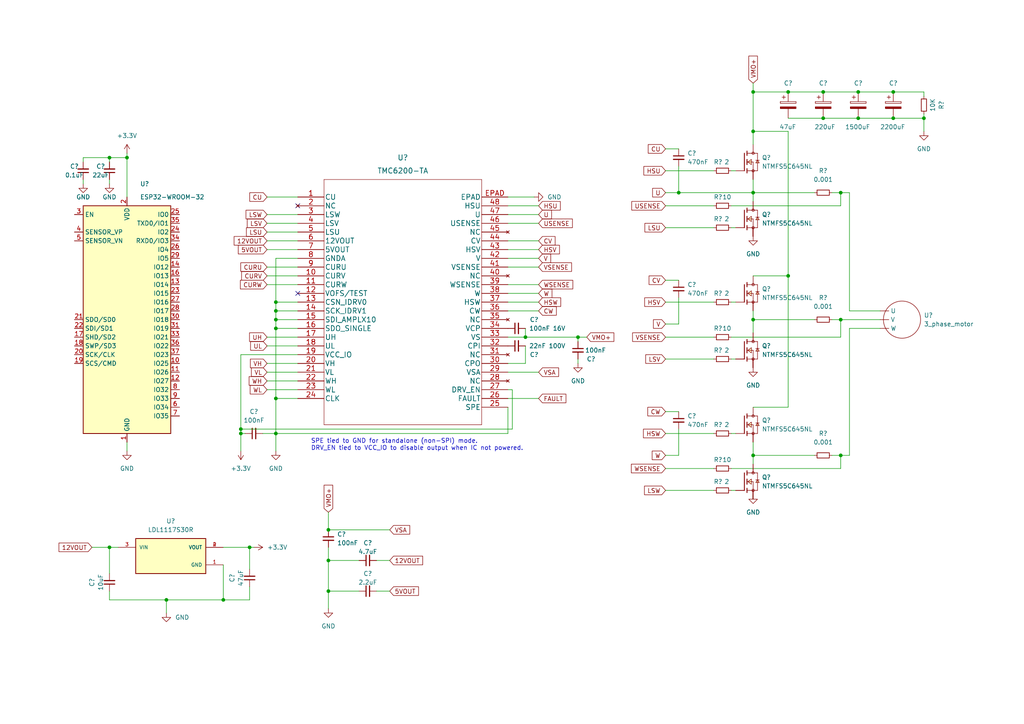
<source format=kicad_sch>
(kicad_sch (version 20211123) (generator eeschema)
  (paper "A4")
  (lib_symbols
    (symbol "Device:C_Polarized" (pin_numbers hide) (pin_names (offset 0.254))
      (property "Reference" "C" (at 0.635 2.54 0))
      (property "Value" "C_Polarized" (at 0.635 -2.54 0))
      (symbol "C_Polarized_0_1"
        (rectangle (start -2.286 0.508) (end 2.286 1.016))
        (polyline (pts (xy -1.778 2.286) (xy -0.762 2.286)))
        (polyline (pts (xy -1.27 2.794) (xy -1.27 1.778)))
        (rectangle (start 2.286 -0.508) (end -2.286 -1.016) (fill (type outline)))
      )
      (symbol "C_Polarized_1_1"
        (pin passive line (at 0 3.81 270) (length 2.794) (name "~") (number "1"))
        (pin passive line (at 0 -3.81 90) (length 2.794) (name "~") (number "2"))
      )
    )
    (symbol "Device:C_Small" (pin_numbers hide) (pin_names (offset 0.254) hide)
      (property "Reference" "C" (at 0.254 1.778 0))
      (property "Value" "C_Small" (at 0.254 -2.032 0))
      (symbol "C_Small_0_1"
        (polyline (pts (xy -1.524 -0.508) (xy 1.524 -0.508)) (stroke (width 0.3302)))
        (polyline (pts (xy -1.524 0.508) (xy 1.524 0.508)) (stroke (width 0.3048)))
      )
      (symbol "C_Small_1_1"
        (pin passive line (at 0 2.54 270) (length 2.032) (name "~") (number "1"))
        (pin passive line (at 0 -2.54 90) (length 2.032) (name "~") (number "2"))
      )
    )
    (symbol "Device:R_Small" (pin_numbers hide) (pin_names (offset 0.254) hide)
      (property "Reference" "R" (at 0.762 0.508 0))
      (property "Value" "R_Small" (at 0.762 -1.016 0))
      (symbol "R_Small_0_1"
        (rectangle (start -0.762 1.778) (end 0.762 -1.778) (stroke (width 0.2032)))
      )
      (symbol "R_Small_1_1"
        (pin passive line (at 0 2.54 270) (length 0.762) (name "~") (number "1"))
        (pin passive line (at 0 -2.54 90) (length 0.762) (name "~") (number "2"))
      )
    )
    (symbol "LDL1117S30R:LDL1117S30R" (pin_names (offset 1.016))
      (property "Reference" "U" (at -10.16 7.62 0))
      (property "Value" "LDL1117S30R" (at -10.16 -10.16 0))
      (symbol "LDL1117S30R_0_0"
        (rectangle (start -10.16 -5.08) (end 10.16 5.08) (stroke (width 0.254)) (fill (type background)))
        (pin power_in line (at 15.24 -2.54 180) (length 5.08) (name "GND") (number "1"))
        (pin output line (at 15.24 2.54 180) (length 5.08) (name "VOUT") (number "2"))
        (pin input line (at -15.24 2.54 0) (length 5.08) (name "VIN") (number "3"))
        (pin output line (at 15.24 2.54 180) (length 5.08) (name "VOUT") (number "4"))
      )
    )
    (symbol "Motor_custom:3_phase_motor"
      (property "Reference" "U" (at 0 7.62 0))
      (property "Value" "3_phase_motor" (at 0 -7.62 0))
      (symbol "3_phase_motor_0_1"
        (circle (center 0 0) (radius 5.3882))
      )
      (symbol "3_phase_motor_1_1"
        (pin input line (at -6.35 2.54 0) (length 2.54) (name "U") (number ""))
        (pin input line (at -6.35 0 0) (length 2.54) (name "V") (number ""))
        (pin input line (at -6.35 -2.54 0) (length 2.54) (name "W") (number ""))
      )
    )
    (symbol "NTMFS5C628NLT1G:NTMFS5C628NLT1G" (pin_numbers hide) (pin_names (offset 1.016) hide)
      (property "Reference" "Q" (at -11.43 2.54 0))
      (property "Value" "NTMFS5C628NLT1G" (at -11.43 -7.62 0))
      (symbol "NTMFS5C628NLT1G_0_0"
        (circle (center 0 -2.54) (radius 0.3556))
        (polyline (pts (xy -2.54 2.54) (xy -2.54 -2.54)) (stroke (width 0.254)))
        (polyline (pts (xy -1.778 -2.54) (xy -1.778 -3.175)) (stroke (width 0.254)))
        (polyline (pts (xy -1.778 -1.905) (xy -1.778 -2.54)) (stroke (width 0.254)))
        (polyline (pts (xy -1.778 0) (xy -1.778 -0.762)) (stroke (width 0.254)))
        (polyline (pts (xy -1.778 0) (xy 0 0)) (stroke (width 0.1524)))
        (polyline (pts (xy -1.778 0.762) (xy -1.778 0)) (stroke (width 0.254)))
        (polyline (pts (xy -1.778 2.54) (xy -1.778 1.905)) (stroke (width 0.254)))
        (polyline (pts (xy -1.778 2.54) (xy 1.27 2.54)) (stroke (width 0.1524)))
        (polyline (pts (xy -1.778 3.175) (xy -1.778 2.54)) (stroke (width 0.254)))
        (polyline (pts (xy 0 -2.54) (xy -1.778 -2.54)) (stroke (width 0.1524)))
        (polyline (pts (xy 0 -2.54) (xy 1.27 -2.54)) (stroke (width 0.1524)))
        (polyline (pts (xy 0 0) (xy 0 -2.54)) (stroke (width 0.1524)))
        (polyline (pts (xy 1.27 0.508) (xy 0.762 0.508)) (stroke (width 0.1524)))
        (polyline (pts (xy 1.27 0.508) (xy 1.27 -2.54)) (stroke (width 0.1524)))
        (polyline (pts (xy 1.27 2.54) (xy 1.27 0.508)) (stroke (width 0.1524)))
        (polyline (pts (xy 1.778 0.508) (xy 1.27 0.508)) (stroke (width 0.1524)))
        (polyline (pts (xy -1.524 0) (xy -0.508 0.762) (xy -0.508 -0.762) (xy -1.524 0)) (stroke (width 0.1524)) (fill (type background)))
        (polyline (pts (xy 1.27 0.508) (xy 0.762 -0.254) (xy 1.778 -0.254) (xy 1.27 0.508)) (stroke (width 0.1524)) (fill (type background)))
        (circle (center 0 2.54) (radius 0.3556))
        (pin passive line (at 0 -5.08 90) (length 2.54) (name "~") (number "1"))
        (pin passive line (at 0 -5.08 90) (length 2.54) (name "~") (number "2"))
        (pin passive line (at 0 -5.08 90) (length 2.54) (name "~") (number "3"))
        (pin passive line (at -5.08 -2.54 0) (length 2.54) (name "~") (number "4"))
        (pin passive line (at 0 5.08 270) (length 2.54) (name "~") (number "5"))
      )
    )
    (symbol "RF_Module:ESP32-WROOM-32"
      (property "Reference" "U" (at -12.7 34.29 0))
      (property "Value" "ESP32-WROOM-32" (at 1.27 34.29 0))
      (symbol "ESP32-WROOM-32_0_1"
        (rectangle (start -12.7 33.02) (end 12.7 -33.02) (stroke (width 0.254)) (fill (type background)))
      )
      (symbol "ESP32-WROOM-32_1_1"
        (pin power_in line (at 0 -35.56 90) (length 2.54) (name "GND") (number "1"))
        (pin bidirectional line (at 15.24 -12.7 180) (length 2.54) (name "IO25") (number "10"))
        (pin bidirectional line (at 15.24 -15.24 180) (length 2.54) (name "IO26") (number "11"))
        (pin bidirectional line (at 15.24 -17.78 180) (length 2.54) (name "IO27") (number "12"))
        (pin bidirectional line (at 15.24 10.16 180) (length 2.54) (name "IO14") (number "13"))
        (pin bidirectional line (at 15.24 15.24 180) (length 2.54) (name "IO12") (number "14"))
        (pin passive line (at 0 -35.56 90) (length 2.54) hide (name "GND") (number "15"))
        (pin bidirectional line (at 15.24 12.7 180) (length 2.54) (name "IO13") (number "16"))
        (pin bidirectional line (at -15.24 -5.08 0) (length 2.54) (name "SHD/SD2") (number "17"))
        (pin bidirectional line (at -15.24 -7.62 0) (length 2.54) (name "SWP/SD3") (number "18"))
        (pin bidirectional line (at -15.24 -12.7 0) (length 2.54) (name "SCS/CMD") (number "19"))
        (pin power_in line (at 0 35.56 270) (length 2.54) (name "VDD") (number "2"))
        (pin bidirectional line (at -15.24 -10.16 0) (length 2.54) (name "SCK/CLK") (number "20"))
        (pin bidirectional line (at -15.24 0 0) (length 2.54) (name "SDO/SD0") (number "21"))
        (pin bidirectional line (at -15.24 -2.54 0) (length 2.54) (name "SDI/SD1") (number "22"))
        (pin bidirectional line (at 15.24 7.62 180) (length 2.54) (name "IO15") (number "23"))
        (pin bidirectional line (at 15.24 25.4 180) (length 2.54) (name "IO2") (number "24"))
        (pin bidirectional line (at 15.24 30.48 180) (length 2.54) (name "IO0") (number "25"))
        (pin bidirectional line (at 15.24 20.32 180) (length 2.54) (name "IO4") (number "26"))
        (pin bidirectional line (at 15.24 5.08 180) (length 2.54) (name "IO16") (number "27"))
        (pin bidirectional line (at 15.24 2.54 180) (length 2.54) (name "IO17") (number "28"))
        (pin bidirectional line (at 15.24 17.78 180) (length 2.54) (name "IO5") (number "29"))
        (pin input line (at -15.24 30.48 0) (length 2.54) (name "EN") (number "3"))
        (pin bidirectional line (at 15.24 0 180) (length 2.54) (name "IO18") (number "30"))
        (pin bidirectional line (at 15.24 -2.54 180) (length 2.54) (name "IO19") (number "31"))
        (pin no_connect line (at -12.7 -27.94 0) (length 2.54) hide (name "NC") (number "32"))
        (pin bidirectional line (at 15.24 -5.08 180) (length 2.54) (name "IO21") (number "33"))
        (pin bidirectional line (at 15.24 22.86 180) (length 2.54) (name "RXD0/IO3") (number "34"))
        (pin bidirectional line (at 15.24 27.94 180) (length 2.54) (name "TXD0/IO1") (number "35"))
        (pin bidirectional line (at 15.24 -7.62 180) (length 2.54) (name "IO22") (number "36"))
        (pin bidirectional line (at 15.24 -10.16 180) (length 2.54) (name "IO23") (number "37"))
        (pin passive line (at 0 -35.56 90) (length 2.54) hide (name "GND") (number "38"))
        (pin passive line (at 0 -35.56 90) (length 2.54) hide (name "GND") (number "39"))
        (pin input line (at -15.24 25.4 0) (length 2.54) (name "SENSOR_VP") (number "4"))
        (pin input line (at -15.24 22.86 0) (length 2.54) (name "SENSOR_VN") (number "5"))
        (pin input line (at 15.24 -25.4 180) (length 2.54) (name "IO34") (number "6"))
        (pin input line (at 15.24 -27.94 180) (length 2.54) (name "IO35") (number "7"))
        (pin bidirectional line (at 15.24 -20.32 180) (length 2.54) (name "IO32") (number "8"))
        (pin bidirectional line (at 15.24 -22.86 180) (length 2.54) (name "IO33") (number "9"))
      )
    )
    (symbol "TMC6200-TA:TMC6200-TA" (pin_names (offset 0.254))
      (property "Reference" "U" (at 30.48 10.16 0))
      (property "Value" "TMC6200-TA" (at 30.48 7.62 0))
      (symbol "TMC6200-TA_1_1"
        (polyline (pts (xy 7.62 -66.04) (xy 53.34 -66.04)) (stroke (width 0.127)))
        (polyline (pts (xy 7.62 5.08) (xy 7.62 -66.04)) (stroke (width 0.127)))
        (polyline (pts (xy 53.34 -66.04) (xy 53.34 5.08)) (stroke (width 0.127)))
        (polyline (pts (xy 53.34 5.08) (xy 7.62 5.08)) (stroke (width 0.127)))
        (pin unspecified line (at 0 0 0) (length 7.62) (name "CU") (number "1"))
        (pin output line (at 0 -22.86 0) (length 7.62) (name "CURV") (number "10"))
        (pin output line (at 0 -25.4 0) (length 7.62) (name "CURW") (number "11"))
        (pin input line (at 0 -27.94 0) (length 7.62) (name "VOFS/TEST") (number "12"))
        (pin input line (at 0 -30.48 0) (length 7.62) (name "CSN_IDRV0") (number "13"))
        (pin input line (at 0 -33.02 0) (length 7.62) (name "SCK_IDRV1") (number "14"))
        (pin input line (at 0 -35.56 0) (length 7.62) (name "SDI_AMPLX10") (number "15"))
        (pin bidirectional line (at 0 -38.1 0) (length 7.62) (name "SDO_SINGLE") (number "16"))
        (pin input line (at 0 -40.64 0) (length 7.62) (name "UH") (number "17"))
        (pin input line (at 0 -43.18 0) (length 7.62) (name "UL") (number "18"))
        (pin power_in line (at 0 -45.72 0) (length 7.62) (name "VCC_IO") (number "19"))
        (pin no_connect line (at 0 -2.54 0) (length 7.62) (name "NC") (number "2"))
        (pin input line (at 0 -48.26 0) (length 7.62) (name "VH") (number "20"))
        (pin input line (at 0 -50.8 0) (length 7.62) (name "VL") (number "21"))
        (pin input line (at 0 -53.34 0) (length 7.62) (name "WH") (number "22"))
        (pin input line (at 0 -55.88 0) (length 7.62) (name "WL") (number "23"))
        (pin input line (at 0 -58.42 0) (length 7.62) (name "CLK") (number "24"))
        (pin input line (at 60.96 -60.96 180) (length 7.62) (name "SPE") (number "25"))
        (pin output line (at 60.96 -58.42 180) (length 7.62) (name "FAULT") (number "26"))
        (pin input line (at 60.96 -55.88 180) (length 7.62) (name "DRV_EN") (number "27"))
        (pin no_connect line (at 60.96 -53.34 180) (length 7.62) (name "NC") (number "28"))
        (pin power_in line (at 60.96 -50.8 180) (length 7.62) (name "VSA") (number "29"))
        (pin output line (at 0 -5.08 0) (length 7.62) (name "LSW") (number "3"))
        (pin output line (at 60.96 -48.26 180) (length 7.62) (name "CPO") (number "30"))
        (pin no_connect line (at 60.96 -45.72 180) (length 7.62) (name "NC") (number "31"))
        (pin input line (at 60.96 -43.18 180) (length 7.62) (name "CPI") (number "32"))
        (pin power_in line (at 60.96 -40.64 180) (length 7.62) (name "VS") (number "33"))
        (pin unspecified line (at 60.96 -38.1 180) (length 7.62) (name "VCP") (number "34"))
        (pin no_connect line (at 60.96 -35.56 180) (length 7.62) (name "NC") (number "35"))
        (pin unspecified line (at 60.96 -33.02 180) (length 7.62) (name "CW") (number "36"))
        (pin output line (at 60.96 -30.48 180) (length 7.62) (name "HSW") (number "37"))
        (pin unspecified line (at 60.96 -27.94 180) (length 7.62) (name "W") (number "38"))
        (pin unspecified line (at 60.96 -25.4 180) (length 7.62) (name "WSENSE") (number "39"))
        (pin output line (at 0 -7.62 0) (length 7.62) (name "LSV") (number "4"))
        (pin no_connect line (at 60.96 -22.86 180) (length 7.62) (name "NC") (number "40"))
        (pin unspecified line (at 60.96 -20.32 180) (length 7.62) (name "VSENSE") (number "41"))
        (pin unspecified line (at 60.96 -17.78 180) (length 7.62) (name "V") (number "42"))
        (pin output line (at 60.96 -15.24 180) (length 7.62) (name "HSV") (number "43"))
        (pin unspecified line (at 60.96 -12.7 180) (length 7.62) (name "CV") (number "44"))
        (pin no_connect line (at 60.96 -10.16 180) (length 7.62) (name "NC") (number "45"))
        (pin unspecified line (at 60.96 -7.62 180) (length 7.62) (name "USENSE") (number "46"))
        (pin unspecified line (at 60.96 -5.08 180) (length 7.62) (name "U") (number "47"))
        (pin output line (at 60.96 -2.54 180) (length 7.62) (name "HSU") (number "48"))
        (pin output line (at 0 -10.16 0) (length 7.62) (name "LSU") (number "5"))
        (pin output line (at 0 -12.7 0) (length 7.62) (name "12VOUT") (number "6"))
        (pin output line (at 0 -15.24 0) (length 7.62) (name "5VOUT") (number "7"))
        (pin power_in line (at 0 -17.78 0) (length 7.62) (name "GNDA") (number "8"))
        (pin output line (at 0 -20.32 0) (length 7.62) (name "CURU") (number "9"))
        (pin unspecified line (at 60.96 0 180) (length 7.62) (name "EPAD") (number "EPAD"))
      )
    )
    (symbol "power:+3.3V" (power) (pin_names (offset 0))
      (property "Value" "+3.3V" (at 0 3.556 0))
      (symbol "+3.3V_0_1"
        (polyline (pts (xy -0.762 1.27) (xy 0 2.54)))
        (polyline (pts (xy 0 0) (xy 0 2.54)))
        (polyline (pts (xy 0 2.54) (xy 0.762 1.27)))
      )
      (symbol "+3.3V_1_1"
        (pin power_in line (at 0 0 90) (length 0) hide (name "+3.3V") (number "1"))
      )
    )
    (symbol "power:GND" (power) (pin_names (offset 0))
      (property "Value" "GND" (at 0 -3.81 0))
      (symbol "GND_0_1"
        (polyline (pts (xy 0 0) (xy 0 -1.27) (xy 1.27 -1.27) (xy 0 -2.54) (xy -1.27 -1.27) (xy 0 -1.27)))
      )
      (symbol "GND_1_1"
        (pin power_in line (at 0 0 270) (length 0) hide (name "GND") (number "1"))
      )
    )
  )
  (junction (at 95.25 162.56))
  (junction (at 248.92 34.29))
  (junction (at 267.97 34.29))
  (junction (at 228.6 26.67))
  (junction (at 80.01 115.57))
  (junction (at 80.01 125.73))
  (junction (at 243.84 132.08))
  (junction (at 80.01 90.17))
  (junction (at 248.92 26.67))
  (junction (at 259.08 34.29))
  (junction (at 218.44 132.08))
  (junction (at 69.85 124.46))
  (junction (at 69.85 125.73))
  (junction (at 95.25 171.45))
  (junction (at 196.85 55.88))
  (junction (at 218.44 38.1))
  (junction (at 80.01 92.71))
  (junction (at 228.6 80.01))
  (junction (at 259.08 26.67))
  (junction (at 218.44 26.67))
  (junction (at 64.77 173.99))
  (junction (at 36.83 45.72))
  (junction (at 95.25 153.67))
  (junction (at 238.76 34.29))
  (junction (at 80.01 87.63))
  (junction (at 243.84 55.88))
  (junction (at 218.44 92.71))
  (junction (at 243.84 92.71))
  (junction (at 152.4 97.79))
  (junction (at 167.64 97.79))
  (junction (at 80.01 95.25))
  (junction (at 31.75 45.72))
  (junction (at 238.76 26.67))
  (junction (at 48.26 173.99))
  (junction (at 218.44 55.88))
  (junction (at 72.39 158.75))
  (junction (at 31.75 158.75))
  (no_connect (at 86.36 85.09))
  (no_connect (at 86.36 59.69))
  (wire (pts (xy 218.44 38.1) (xy 228.6 38.1)))
  (wire (pts (xy 95.25 148.59) (xy 95.25 153.67)))
  (wire (pts (xy 156.21 72.39) (xy 147.32 72.39)))
  (wire (pts (xy 156.21 64.77) (xy 147.32 64.77)))
  (wire (pts (xy 167.64 99.06) (xy 167.64 97.79)))
  (wire (pts (xy 69.85 124.46) (xy 148.59 124.46)))
  (wire (pts (xy 71.12 125.73) (xy 69.85 125.73)))
  (wire (pts (xy 243.84 59.69) (xy 243.84 55.88)))
  (wire (pts (xy 152.4 100.33) (xy 152.4 105.41)))
  (wire (pts (xy 156.21 74.93) (xy 147.32 74.93)))
  (wire (pts (xy 80.01 87.63) (xy 80.01 90.17)))
  (wire (pts (xy 147.32 113.03) (xy 148.59 113.03)))
  (wire (pts (xy 228.6 80.01) (xy 218.44 80.01)))
  (wire (pts (xy 77.47 72.39) (xy 86.36 72.39)))
  (wire (pts (xy 77.47 67.31) (xy 86.36 67.31)))
  (wire (pts (xy 69.85 130.81) (xy 69.85 125.73)))
  (wire (pts (xy 152.4 95.25) (xy 152.4 97.79)))
  (wire (pts (xy 95.25 171.45) (xy 104.14 171.45)))
  (wire (pts (xy 154.94 57.15) (xy 147.32 57.15)))
  (wire (pts (xy 212.09 49.53) (xy 213.36 49.53)))
  (wire (pts (xy 24.13 45.72) (xy 31.75 45.72)))
  (wire (pts (xy 77.47 110.49) (xy 86.36 110.49)))
  (wire (pts (xy 24.13 52.07) (xy 24.13 53.34)))
  (wire (pts (xy 212.09 59.69) (xy 243.84 59.69)))
  (wire (pts (xy 77.47 82.55) (xy 86.36 82.55)))
  (wire (pts (xy 80.01 115.57) (xy 80.01 125.73)))
  (wire (pts (xy 246.38 55.88) (xy 243.84 55.88)))
  (wire (pts (xy 86.36 74.93) (xy 80.01 74.93)))
  (wire (pts (xy 259.08 34.29) (xy 267.97 34.29)))
  (wire (pts (xy 69.85 102.87) (xy 69.85 124.46)))
  (wire (pts (xy 69.85 124.46) (xy 69.85 125.73)))
  (wire (pts (xy 147.32 118.11) (xy 147.32 125.73)))
  (wire (pts (xy 193.04 125.73) (xy 207.01 125.73)))
  (wire (pts (xy 156.21 77.47) (xy 147.32 77.47)))
  (wire (pts (xy 193.04 142.24) (xy 207.01 142.24)))
  (wire (pts (xy 152.4 97.79) (xy 167.64 97.79)))
  (wire (pts (xy 80.01 87.63) (xy 86.36 87.63)))
  (wire (pts (xy 212.09 135.89) (xy 243.84 135.89)))
  (wire (pts (xy 31.75 173.99) (xy 48.26 173.99)))
  (wire (pts (xy 218.44 132.08) (xy 218.44 134.62)))
  (wire (pts (xy 77.47 107.95) (xy 86.36 107.95)))
  (wire (pts (xy 243.84 97.79) (xy 243.84 92.71)))
  (wire (pts (xy 267.97 33.02) (xy 267.97 34.29)))
  (wire (pts (xy 77.47 57.15) (xy 86.36 57.15)))
  (wire (pts (xy 147.32 105.41) (xy 152.4 105.41)))
  (wire (pts (xy 31.75 45.72) (xy 36.83 45.72)))
  (wire (pts (xy 243.84 92.71) (xy 255.27 92.71)))
  (wire (pts (xy 24.13 45.72) (xy 24.13 46.99)))
  (wire (pts (xy 218.44 26.67) (xy 228.6 26.67)))
  (wire (pts (xy 95.25 162.56) (xy 95.25 171.45)))
  (wire (pts (xy 156.21 59.69) (xy 147.32 59.69)))
  (wire (pts (xy 218.44 92.71) (xy 218.44 96.52)))
  (wire (pts (xy 193.04 119.38) (xy 196.85 119.38)))
  (wire (pts (xy 241.3 92.71) (xy 243.84 92.71)))
  (wire (pts (xy 212.09 104.14) (xy 213.36 104.14)))
  (wire (pts (xy 72.39 158.75) (xy 64.77 158.75)))
  (wire (pts (xy 193.04 87.63) (xy 207.01 87.63)))
  (wire (pts (xy 259.08 26.67) (xy 267.97 26.67)))
  (wire (pts (xy 36.83 44.45) (xy 36.83 45.72)))
  (wire (pts (xy 193.04 97.79) (xy 207.01 97.79)))
  (wire (pts (xy 80.01 90.17) (xy 86.36 90.17)))
  (wire (pts (xy 218.44 118.11) (xy 228.6 118.11)))
  (wire (pts (xy 228.6 80.01) (xy 228.6 118.11)))
  (wire (pts (xy 109.22 171.45) (xy 113.03 171.45)))
  (wire (pts (xy 193.04 59.69) (xy 207.01 59.69)))
  (wire (pts (xy 212.09 97.79) (xy 243.84 97.79)))
  (wire (pts (xy 243.84 132.08) (xy 243.84 135.89)))
  (wire (pts (xy 64.77 173.99) (xy 72.39 173.99)))
  (wire (pts (xy 212.09 125.73) (xy 213.36 125.73)))
  (wire (pts (xy 167.64 105.41) (xy 167.64 104.14)))
  (wire (pts (xy 36.83 130.81) (xy 36.83 128.27)))
  (wire (pts (xy 212.09 142.24) (xy 213.36 142.24)))
  (wire (pts (xy 80.01 115.57) (xy 86.36 115.57)))
  (wire (pts (xy 80.01 74.93) (xy 80.01 87.63)))
  (wire (pts (xy 77.47 77.47) (xy 86.36 77.47)))
  (wire (pts (xy 218.44 128.27) (xy 218.44 132.08)))
  (wire (pts (xy 238.76 34.29) (xy 248.92 34.29)))
  (wire (pts (xy 80.01 95.25) (xy 86.36 95.25)))
  (wire (pts (xy 193.04 55.88) (xy 196.85 55.88)))
  (wire (pts (xy 193.04 135.89) (xy 207.01 135.89)))
  (wire (pts (xy 218.44 144.78) (xy 218.44 143.51)))
  (wire (pts (xy 31.75 53.34) (xy 31.75 52.07)))
  (wire (pts (xy 80.01 125.73) (xy 147.32 125.73)))
  (wire (pts (xy 167.64 97.79) (xy 170.18 97.79)))
  (wire (pts (xy 267.97 34.29) (xy 267.97 38.1)))
  (wire (pts (xy 77.47 100.33) (xy 86.36 100.33)))
  (wire (pts (xy 218.44 38.1) (xy 218.44 41.91)))
  (wire (pts (xy 156.21 69.85) (xy 147.32 69.85)))
  (wire (pts (xy 193.04 93.98) (xy 196.85 93.98)))
  (wire (pts (xy 218.44 90.17) (xy 218.44 92.71)))
  (wire (pts (xy 228.6 26.67) (xy 238.76 26.67)))
  (wire (pts (xy 248.92 26.67) (xy 259.08 26.67)))
  (wire (pts (xy 156.21 87.63) (xy 147.32 87.63)))
  (wire (pts (xy 64.77 173.99) (xy 64.77 163.83)))
  (wire (pts (xy 31.75 45.72) (xy 31.75 46.99)))
  (wire (pts (xy 193.04 66.04) (xy 207.01 66.04)))
  (wire (pts (xy 193.04 43.18) (xy 196.85 43.18)))
  (wire (pts (xy 196.85 48.26) (xy 196.85 55.88)))
  (wire (pts (xy 228.6 38.1) (xy 228.6 80.01)))
  (wire (pts (xy 31.75 158.75) (xy 34.29 158.75)))
  (wire (pts (xy 193.04 81.28) (xy 196.85 81.28)))
  (wire (pts (xy 241.3 132.08) (xy 243.84 132.08)))
  (wire (pts (xy 77.47 105.41) (xy 86.36 105.41)))
  (wire (pts (xy 218.44 132.08) (xy 236.22 132.08)))
  (wire (pts (xy 73.66 158.75) (xy 72.39 158.75)))
  (wire (pts (xy 212.09 87.63) (xy 213.36 87.63)))
  (wire (pts (xy 147.32 97.79) (xy 152.4 97.79)))
  (wire (pts (xy 26.67 158.75) (xy 31.75 158.75)))
  (wire (pts (xy 243.84 132.08) (xy 246.38 132.08)))
  (wire (pts (xy 77.47 97.79) (xy 86.36 97.79)))
  (wire (pts (xy 48.26 173.99) (xy 64.77 173.99)))
  (wire (pts (xy 77.47 80.01) (xy 86.36 80.01)))
  (wire (pts (xy 80.01 90.17) (xy 80.01 92.71)))
  (wire (pts (xy 218.44 92.71) (xy 236.22 92.71)))
  (wire (pts (xy 48.26 177.8) (xy 48.26 173.99)))
  (wire (pts (xy 95.25 158.75) (xy 95.25 162.56)))
  (wire (pts (xy 80.01 92.71) (xy 86.36 92.71)))
  (wire (pts (xy 109.22 162.56) (xy 113.03 162.56)))
  (wire (pts (xy 246.38 55.88) (xy 246.38 90.17)))
  (wire (pts (xy 267.97 26.67) (xy 267.97 27.94)))
  (wire (pts (xy 246.38 132.08) (xy 246.38 95.25)))
  (wire (pts (xy 80.01 130.81) (xy 80.01 125.73)))
  (wire (pts (xy 95.25 153.67) (xy 113.03 153.67)))
  (wire (pts (xy 246.38 95.25) (xy 255.27 95.25)))
  (wire (pts (xy 246.38 90.17) (xy 255.27 90.17)))
  (wire (pts (xy 36.83 45.72) (xy 36.83 57.15)))
  (wire (pts (xy 77.47 113.03) (xy 86.36 113.03)))
  (wire (pts (xy 243.84 55.88) (xy 241.3 55.88)))
  (wire (pts (xy 80.01 95.25) (xy 80.01 115.57)))
  (wire (pts (xy 77.47 62.23) (xy 86.36 62.23)))
  (wire (pts (xy 248.92 34.29) (xy 259.08 34.29)))
  (wire (pts (xy 212.09 66.04) (xy 213.36 66.04)))
  (wire (pts (xy 196.85 86.36) (xy 196.85 93.98)))
  (wire (pts (xy 31.75 158.75) (xy 31.75 166.37)))
  (wire (pts (xy 31.75 171.45) (xy 31.75 173.99)))
  (wire (pts (xy 156.21 115.57) (xy 147.32 115.57)))
  (wire (pts (xy 95.25 162.56) (xy 104.14 162.56)))
  (wire (pts (xy 77.47 69.85) (xy 86.36 69.85)))
  (wire (pts (xy 218.44 26.67) (xy 218.44 38.1)))
  (wire (pts (xy 193.04 104.14) (xy 207.01 104.14)))
  (wire (pts (xy 156.21 90.17) (xy 147.32 90.17)))
  (wire (pts (xy 218.44 24.13) (xy 218.44 26.67)))
  (wire (pts (xy 193.04 49.53) (xy 207.01 49.53)))
  (wire (pts (xy 77.47 64.77) (xy 86.36 64.77)))
  (wire (pts (xy 156.21 85.09) (xy 147.32 85.09)))
  (wire (pts (xy 148.59 113.03) (xy 148.59 124.46)))
  (wire (pts (xy 76.2 125.73) (xy 80.01 125.73)))
  (wire (pts (xy 80.01 92.71) (xy 80.01 95.25)))
  (wire (pts (xy 86.36 102.87) (xy 69.85 102.87)))
  (wire (pts (xy 156.21 62.23) (xy 147.32 62.23)))
  (wire (pts (xy 228.6 34.29) (xy 238.76 34.29)))
  (wire (pts (xy 193.04 132.08) (xy 196.85 132.08)))
  (wire (pts (xy 196.85 55.88) (xy 218.44 55.88)))
  (wire (pts (xy 218.44 52.07) (xy 218.44 55.88)))
  (wire (pts (xy 196.85 124.46) (xy 196.85 132.08)))
  (wire (pts (xy 72.39 170.18) (xy 72.39 173.99)))
  (wire (pts (xy 72.39 158.75) (xy 72.39 165.1)))
  (wire (pts (xy 95.25 171.45) (xy 95.25 176.53)))
  (wire (pts (xy 156.21 107.95) (xy 147.32 107.95)))
  (wire (pts (xy 218.44 55.88) (xy 218.44 58.42)))
  (wire (pts (xy 218.44 55.88) (xy 236.22 55.88)))
  (wire (pts (xy 238.76 26.67) (xy 248.92 26.67)))
  (wire (pts (xy 156.21 82.55) (xy 147.32 82.55)))
  (text "SPE tied to GND for standalone (non-SPI) mode.\nDRV_EN tied to VCC_IO to disable output when IC not powered." (at 90.17 130.81 0) (effects (font (size 1.27 1.27)) (justify left bottom)))
  (global_label "LSV" (shape input) (at 193.04 104.14 180) (property "Intersheet References" "${INTERSHEET_REFS}" (effects hide)))
  (global_label "5VOUT" (shape input) (at 77.47 72.39 180) (property "Intersheet References" "${INTERSHEET_REFS}" (effects hide)))
  (global_label "VSENSE" (shape input) (at 156.21 77.47 0) (property "Intersheet References" "${INTERSHEET_REFS}" (effects hide)))
  (global_label "5VOUT" (shape input) (at 113.03 171.45 0) (property "Intersheet References" "${INTERSHEET_REFS}" (effects hide)))
  (global_label "VL" (shape input) (at 77.47 107.95 180) (property "Intersheet References" "${INTERSHEET_REFS}" (effects hide)))
  (global_label "V" (shape input) (at 193.04 93.98 180) (property "Intersheet References" "${INTERSHEET_REFS}" (effects hide)))
  (global_label "VSENSE" (shape input) (at 193.04 97.79 180) (property "Intersheet References" "${INTERSHEET_REFS}" (effects hide)))
  (global_label "CURU" (shape input) (at 77.47 77.47 180) (property "Intersheet References" "${INTERSHEET_REFS}" (effects hide)))
  (global_label "UL" (shape input) (at 77.47 100.33 180) (property "Intersheet References" "${INTERSHEET_REFS}" (effects hide)))
  (global_label "UH" (shape input) (at 77.47 97.79 180) (property "Intersheet References" "${INTERSHEET_REFS}" (effects hide)))
  (global_label "V" (shape input) (at 156.21 74.93 0) (property "Intersheet References" "${INTERSHEET_REFS}" (effects hide)))
  (global_label "HSU" (shape input) (at 156.21 59.69 0) (property "Intersheet References" "${INTERSHEET_REFS}" (effects hide)))
  (global_label "CV" (shape input) (at 193.04 81.28 180) (property "Intersheet References" "${INTERSHEET_REFS}" (effects hide)))
  (global_label "CU" (shape input) (at 77.47 57.15 180) (property "Intersheet References" "${INTERSHEET_REFS}" (effects hide)))
  (global_label "HSV" (shape input) (at 156.21 72.39 0) (property "Intersheet References" "${INTERSHEET_REFS}" (effects hide)))
  (global_label "CURW" (shape input) (at 77.47 82.55 180) (property "Intersheet References" "${INTERSHEET_REFS}" (effects hide)))
  (global_label "VH" (shape input) (at 77.47 105.41 180) (property "Intersheet References" "${INTERSHEET_REFS}" (effects hide)))
  (global_label "CW" (shape input) (at 193.04 119.38 180) (property "Intersheet References" "${INTERSHEET_REFS}" (effects hide)))
  (global_label "U" (shape input) (at 193.04 55.88 180) (property "Intersheet References" "${INTERSHEET_REFS}" (effects hide)))
  (global_label "USENSE" (shape input) (at 156.21 64.77 0) (property "Intersheet References" "${INTERSHEET_REFS}" (effects hide)))
  (global_label "W" (shape input) (at 193.04 132.08 180) (property "Intersheet References" "${INTERSHEET_REFS}" (effects hide)))
  (global_label "VMO+" (shape input) (at 170.18 97.79 0) (property "Intersheet References" "${INTERSHEET_REFS}" (effects hide)))
  (global_label "VSA" (shape input) (at 113.03 153.67 0) (property "Intersheet References" "${INTERSHEET_REFS}" (effects hide)))
  (global_label "WH" (shape input) (at 77.47 110.49 180) (property "Intersheet References" "${INTERSHEET_REFS}" (effects hide)))
  (global_label "HSW" (shape input) (at 193.04 125.73 180) (property "Intersheet References" "${INTERSHEET_REFS}" (effects hide)))
  (global_label "WL" (shape input) (at 77.47 113.03 180) (property "Intersheet References" "${INTERSHEET_REFS}" (effects hide)))
  (global_label "FAULT" (shape input) (at 156.21 115.57 0) (property "Intersheet References" "${INTERSHEET_REFS}" (effects hide)))
  (global_label "VMO+" (shape input) (at 95.25 148.59 90) (property "Intersheet References" "${INTERSHEET_REFS}" (effects hide)))
  (global_label "VSA" (shape input) (at 156.21 107.95 0) (property "Intersheet References" "${INTERSHEET_REFS}" (effects hide)))
  (global_label "WSENSE" (shape input) (at 156.21 82.55 0) (property "Intersheet References" "${INTERSHEET_REFS}" (effects hide)))
  (global_label "HSW" (shape input) (at 156.21 87.63 0) (property "Intersheet References" "${INTERSHEET_REFS}" (effects hide)))
  (global_label "HSV" (shape input) (at 193.04 87.63 180) (property "Intersheet References" "${INTERSHEET_REFS}" (effects hide)))
  (global_label "LSU" (shape input) (at 193.04 66.04 180) (property "Intersheet References" "${INTERSHEET_REFS}" (effects hide)))
  (global_label "CV" (shape input) (at 156.21 69.85 0) (property "Intersheet References" "${INTERSHEET_REFS}" (effects hide)))
  (global_label "WSENSE" (shape input) (at 193.04 135.89 180) (property "Intersheet References" "${INTERSHEET_REFS}" (effects hide)))
  (global_label "LSW" (shape input) (at 77.47 62.23 180) (property "Intersheet References" "${INTERSHEET_REFS}" (effects hide)))
  (global_label "VMO+" (shape input) (at 218.44 24.13 90) (property "Intersheet References" "${INTERSHEET_REFS}" (effects hide)))
  (global_label "U" (shape input) (at 156.21 62.23 0) (property "Intersheet References" "${INTERSHEET_REFS}" (effects hide)))
  (global_label "CW" (shape input) (at 156.21 90.17 0) (property "Intersheet References" "${INTERSHEET_REFS}" (effects hide)))
  (global_label "12VOUT" (shape input) (at 77.47 69.85 180) (property "Intersheet References" "${INTERSHEET_REFS}" (effects hide)))
  (global_label "LSU" (shape input) (at 77.47 67.31 180) (property "Intersheet References" "${INTERSHEET_REFS}" (effects hide)))
  (global_label "12VOUT" (shape input) (at 113.03 162.56 0) (property "Intersheet References" "${INTERSHEET_REFS}" (effects hide)))
  (global_label "W" (shape input) (at 156.21 85.09 0) (property "Intersheet References" "${INTERSHEET_REFS}" (effects hide)))
  (global_label "CU" (shape input) (at 193.04 43.18 180) (property "Intersheet References" "${INTERSHEET_REFS}" (effects hide)))
  (global_label "12VOUT" (shape input) (at 26.67 158.75 180) (property "Intersheet References" "${INTERSHEET_REFS}" (effects hide)))
  (global_label "USENSE" (shape input) (at 193.04 59.69 180) (property "Intersheet References" "${INTERSHEET_REFS}" (effects hide)))
  (global_label "LSW" (shape input) (at 193.04 142.24 180) (property "Intersheet References" "${INTERSHEET_REFS}" (effects hide)))
  (global_label "CURV" (shape input) (at 77.47 80.01 180) (property "Intersheet References" "${INTERSHEET_REFS}" (effects hide)))
  (global_label "LSV" (shape input) (at 77.47 64.77 180) (property "Intersheet References" "${INTERSHEET_REFS}" (effects hide)))
  (global_label "HSU" (shape input) (at 193.04 49.53 180) (property "Intersheet References" "${INTERSHEET_REFS}" (effects hide)))
  (symbol (lib_id "Device:C_Small") (at 24.13 49.53 180) (unit 1)
    (property "Reference" "C?" (at 21.59 48.26 0))
    (property "Value" "0.1uF" (at 21.59 50.8 0))
  )
  (symbol (lib_id "Device:C_Small") (at 149.86 100.33 90) (unit 1)
    (property "Reference" "C?" (at 154.94 102.87 90))
    (property "Value" "22nF 100V" (at 158.75 100.33 90))
  )
  (symbol (lib_id "NTMFS5C628NLT1G:NTMFS5C628NLT1G") (at 218.44 101.6 0) (unit 1)
    (property "Reference" "Q?" (at 220.98 100.3299 0) (effects (justify left)))
    (property "Value" "NTMFS5C645NL" (at 220.98 102.8699 0) (effects (justify left)))
    (property "Footprint" "TRANS_NTMFS5C628NLT1G" (effects hide))
    (property "PARTREV" "1" (effects hide))
    (property "STANDARD" "Manufacturer recommendations" (effects hide))
    (property "MAXIMUM_PACKAGE_HEIGHT" "1.1 mm" (effects hide))
    (property "MANUFACTURER" "ON Semiconductor" (effects hide))
  )
  (symbol (lib_id "Device:C_Small") (at 106.68 171.45 90) (unit 1)
    (property "Reference" "C?" (at 106.68 166.37 90))
    (property "Value" "2.2uF" (at 106.68 168.91 90))
  )
  (symbol (lib_id "Device:C_Small") (at 167.64 101.6 0) (unit 1)
    (property "Reference" "C?" (at 171.45 104.14 0))
    (property "Value" "100nF" (at 172.72 101.6 0))
  )
  (symbol (lib_id "power:GND") (at 24.13 53.34 0) (unit 1)
    (property "Reference" "#PWR?" (effects hide))
    (property "Value" "GND" (at 24.13 57.15 0))
  )
  (symbol (lib_id "power:GND") (at 48.26 177.8 0) (unit 1)
    (property "Reference" "#PWR?" (effects hide))
    (property "Value" "GND" (at 50.8 179.0699 0) (effects (justify left)))
  )
  (symbol (lib_id "Device:C_Small") (at 106.68 162.56 90) (unit 1)
    (property "Reference" "C?" (at 106.68 157.48 90))
    (property "Value" "4.7uF" (at 106.68 160.02 90))
  )
  (symbol (lib_id "Device:R_Small") (at 209.55 66.04 90) (unit 1)
    (property "Reference" "R?" (at 208.28 63.5 90))
    (property "Value" "2" (at 210.82 63.5 90))
  )
  (symbol (lib_id "power:+3.3V") (at 36.83 44.45 0) (unit 1)
    (property "Reference" "#PWR?" (effects hide))
    (property "Value" "+3.3V" (at 36.83 39.37 0))
  )
  (symbol (lib_id "Device:C_Small") (at 149.86 95.25 90) (unit 1)
    (property "Reference" "C?" (at 154.94 92.71 90))
    (property "Value" "100nF 16V" (at 158.75 95.25 90))
  )
  (symbol (lib_id "Device:C_Small") (at 31.75 49.53 180) (unit 1)
    (property "Reference" "C?" (at 29.21 48.26 0))
    (property "Value" "22uF" (at 29.21 50.8 0))
  )
  (symbol (lib_id "power:+3.3V") (at 69.85 130.81 180) (unit 1)
    (property "Reference" "#PWR?" (effects hide))
    (property "Value" "+3.3V" (at 69.85 135.89 0))
  )
  (symbol (lib_id "Device:R_Small") (at 209.55 142.24 90) (unit 1)
    (property "Reference" "R?" (at 208.28 139.7 90))
    (property "Value" "2" (at 210.82 139.7 90))
  )
  (symbol (lib_id "NTMFS5C628NLT1G:NTMFS5C628NLT1G") (at 218.44 139.7 0) (unit 1)
    (property "Reference" "Q?" (at 220.98 138.4299 0) (effects (justify left)))
    (property "Value" "NTMFS5C645NL" (at 220.98 140.9699 0) (effects (justify left)))
    (property "Footprint" "TRANS_NTMFS5C628NLT1G" (effects hide))
    (property "PARTREV" "1" (effects hide))
    (property "STANDARD" "Manufacturer recommendations" (effects hide))
    (property "MAXIMUM_PACKAGE_HEIGHT" "1.1 mm" (effects hide))
    (property "MANUFACTURER" "ON Semiconductor" (effects hide))
  )
  (symbol (lib_id "power:GND") (at 267.97 38.1 0) (unit 1)
    (property "Reference" "#PWR?" (effects hide))
    (property "Value" "GND" (at 267.97 43.18 0))
  )
  (symbol (lib_id "power:GND") (at 218.44 106.68 0) (unit 1)
    (property "Reference" "#PWR?" (effects hide))
    (property "Value" "GND" (at 218.44 111.76 0))
  )
  (symbol (lib_id "Device:C_Small") (at 95.25 156.21 0) (unit 1)
    (property "Reference" "C?" (at 97.79 154.9462 0) (effects (justify left)))
    (property "Value" "100nF" (at 97.79 157.4862 0) (effects (justify left)))
  )
  (symbol (lib_id "Device:C_Small") (at 196.85 83.82 0) (unit 1)
    (property "Reference" "C?" (at 199.39 82.5562 0) (effects (justify left)))
    (property "Value" "470nF" (at 199.39 85.0962 0) (effects (justify left)))
  )
  (symbol (lib_id "Device:R_Small") (at 209.55 49.53 90) (unit 1)
    (property "Reference" "R?" (at 208.28 46.99 90))
    (property "Value" "2" (at 210.82 46.99 90))
  )
  (symbol (lib_id "Device:C_Small") (at 196.85 45.72 0) (unit 1)
    (property "Reference" "C?" (at 199.39 44.4562 0) (effects (justify left)))
    (property "Value" "470nF" (at 199.39 46.9962 0) (effects (justify left)))
  )
  (symbol (lib_id "Motor_custom:3_phase_motor") (at 261.62 92.71 0) (unit 1)
    (property "Reference" "U?" (at 267.97 91.4399 0) (effects (justify left)))
    (property "Value" "3_phase_motor" (at 267.97 93.9799 0) (effects (justify left)))
  )
  (symbol (lib_id "power:GND") (at 95.25 176.53 0) (unit 1)
    (property "Reference" "#PWR?" (effects hide))
    (property "Value" "GND" (at 95.25 181.61 0))
  )
  (symbol (lib_id "Device:R_Small") (at 238.76 55.88 90) (unit 1)
    (property "Reference" "R?" (at 238.76 49.53 90))
    (property "Value" "0.001" (at 238.76 52.07 90))
  )
  (symbol (lib_id "TMC6200-TA:TMC6200-TA") (at 86.36 57.15 0) (unit 1)
    (property "Reference" "U?" (at 116.84 45.72 0) (effects (font (size 1.524 1.524))))
    (property "Value" "TMC6200-TA" (at 116.84 49.53 0) (effects (font (size 1.524 1.524))))
    (property "Footprint" "eTQFP48_9x9_TRI" (effects hide))
  )
  (symbol (lib_id "Device:R_Small") (at 209.55 135.89 90) (unit 1)
    (property "Reference" "R?" (at 208.28 133.35 90))
    (property "Value" "10" (at 210.82 133.35 90))
  )
  (symbol (lib_id "NTMFS5C628NLT1G:NTMFS5C628NLT1G") (at 218.44 123.19 0) (unit 1)
    (property "Reference" "Q?" (at 220.98 121.9199 0) (effects (justify left)))
    (property "Value" "NTMFS5C645NL" (at 220.98 124.4599 0) (effects (justify left)))
    (property "Footprint" "TRANS_NTMFS5C628NLT1G" (effects hide))
    (property "PARTREV" "1" (effects hide))
    (property "STANDARD" "Manufacturer recommendations" (effects hide))
    (property "MAXIMUM_PACKAGE_HEIGHT" "1.1 mm" (effects hide))
    (property "MANUFACTURER" "ON Semiconductor" (effects hide))
  )
  (symbol (lib_id "Device:C_Polarized") (at 248.92 30.48 0) (unit 1)
    (property "Reference" "C?" (at 247.65 24.13 0) (effects (justify left)))
    (property "Value" "1500uF" (at 245.11 36.83 0) (effects (justify left)))
  )
  (symbol (lib_id "Device:R_Small") (at 238.76 132.08 90) (unit 1)
    (property "Reference" "R?" (at 238.76 125.73 90))
    (property "Value" "0.001" (at 238.76 128.27 90))
  )
  (symbol (lib_id "NTMFS5C628NLT1G:NTMFS5C628NLT1G") (at 218.44 85.09 0) (unit 1)
    (property "Reference" "Q?" (at 220.98 83.8199 0) (effects (justify left)))
    (property "Value" "NTMFS5C645NL" (at 220.98 86.3599 0) (effects (justify left)))
    (property "Footprint" "TRANS_NTMFS5C628NLT1G" (effects hide))
    (property "PARTREV" "1" (effects hide))
    (property "STANDARD" "Manufacturer recommendations" (effects hide))
    (property "MAXIMUM_PACKAGE_HEIGHT" "1.1 mm" (effects hide))
    (property "MANUFACTURER" "ON Semiconductor" (effects hide))
  )
  (symbol (lib_id "power:GND") (at 36.83 130.81 0) (unit 1)
    (property "Reference" "#PWR?" (effects hide))
    (property "Value" "GND" (at 36.83 135.89 0))
  )
  (symbol (lib_id "Device:R_Small") (at 267.97 30.48 0) (unit 1)
    (property "Reference" "R?" (at 273.05 30.48 90))
    (property "Value" "10K" (at 270.51 30.48 90))
  )
  (symbol (lib_id "RF_Module:ESP32-WROOM-32") (at 36.83 92.71 0) (unit 1)
    (property "Reference" "U?" (at 40.64 53.34 0) (effects (justify left)))
    (property "Value" "ESP32-WROOM-32" (at 40.64 57.15 0) (effects (justify left)))
    (property "Footprint" "RF_Module:ESP32-WROOM-32" (effects hide))
    (property "Datasheet" "https://www.espressif.com/sites/default/files/documentation/esp32-wroom-32_datasheet_en.pdf" (effects hide))
  )
  (symbol (lib_id "Device:C_Small") (at 72.39 167.64 180) (unit 1)
    (property "Reference" "C?" (at 67.31 167.64 90))
    (property "Value" "47uF" (at 69.85 167.64 90))
  )
  (symbol (lib_id "power:GND") (at 31.75 53.34 0) (unit 1)
    (property "Reference" "#PWR?" (effects hide))
    (property "Value" "GND" (at 31.75 57.15 0))
  )
  (symbol (lib_id "Device:R_Small") (at 209.55 104.14 90) (unit 1)
    (property "Reference" "R?" (at 208.28 101.6 90))
    (property "Value" "2" (at 210.82 101.6 90))
  )
  (symbol (lib_id "power:GND") (at 218.44 143.51 0) (unit 1)
    (property "Reference" "#PWR?" (effects hide))
    (property "Value" "GND" (at 218.44 148.59 0))
  )
  (symbol (lib_id "Device:C_Polarized") (at 238.76 30.48 0) (unit 1)
    (property "Reference" "C?" (at 237.49 24.13 0) (effects (justify left)))
    (property "Value" "220uF" (at 236.22 36.83 0) (effects (justify left)))
  )
  (symbol (lib_id "Device:R_Small") (at 209.55 87.63 90) (unit 1)
    (property "Reference" "R?" (at 208.28 85.09 90))
    (property "Value" "2" (at 210.82 85.09 90))
  )
  (symbol (lib_id "Device:C_Small") (at 73.66 125.73 90) (unit 1)
    (property "Reference" "C?" (at 73.6663 119.38 90))
    (property "Value" "100nF" (at 73.6663 121.92 90))
  )
  (symbol (lib_id "Device:R_Small") (at 209.55 59.69 90) (unit 1)
    (property "Reference" "R?" (at 208.28 57.15 90))
    (property "Value" "10" (at 210.82 57.15 90))
  )
  (symbol (lib_id "power:GND") (at 218.44 68.58 0) (unit 1)
    (property "Reference" "#PWR?" (effects hide))
    (property "Value" "GND" (at 218.44 73.66 0))
  )
  (symbol (lib_id "power:GND") (at 167.64 105.41 0) (unit 1)
    (property "Reference" "#PWR?" (effects hide))
    (property "Value" "GND" (at 167.64 110.49 0))
  )
  (symbol (lib_id "Device:C_Small") (at 31.75 168.91 180) (unit 1)
    (property "Reference" "C?" (at 26.67 168.91 90))
    (property "Value" "10uF" (at 29.21 168.91 90))
  )
  (symbol (lib_id "Device:C_Small") (at 196.85 121.92 0) (unit 1)
    (property "Reference" "C?" (at 199.39 120.6562 0) (effects (justify left)))
    (property "Value" "470nF" (at 199.39 123.1962 0) (effects (justify left)))
  )
  (symbol (lib_id "NTMFS5C628NLT1G:NTMFS5C628NLT1G") (at 218.44 46.99 0) (unit 1)
    (property "Reference" "Q?" (at 220.98 45.7199 0) (effects (justify left)))
    (property "Value" "NTMFS5C645NL" (at 220.98 48.2599 0) (effects (justify left)))
    (property "Footprint" "TRANS_NTMFS5C628NLT1G" (effects hide))
    (property "PARTREV" "1" (effects hide))
    (property "STANDARD" "Manufacturer recommendations" (effects hide))
    (property "MAXIMUM_PACKAGE_HEIGHT" "1.1 mm" (effects hide))
    (property "MANUFACTURER" "ON Semiconductor" (effects hide))
  )
  (symbol (lib_id "power:GND") (at 80.01 130.81 0) (unit 1)
    (property "Reference" "#PWR?" (effects hide))
    (property "Value" "GND" (at 80.01 135.89 0))
  )
  (symbol (lib_id "power:+3.3V") (at 73.66 158.75 270) (unit 1)
    (property "Reference" "#PWR?" (effects hide))
    (property "Value" "+3.3V" (at 77.47 158.7499 90) (effects (justify left)))
  )
  (symbol (lib_id "power:GND") (at 154.94 57.15 90) (unit 1)
    (property "Reference" "#PWR?" (effects hide))
    (property "Value" "GND" (at 158.75 57.1499 90) (effects (justify right)))
  )
  (symbol (lib_id "Device:C_Polarized") (at 228.6 30.48 0) (unit 1)
    (property "Reference" "C?" (at 227.33 24.13 0) (effects (justify left)))
    (property "Value" "47uF" (at 226.06 36.83 0) (effects (justify left)))
  )
  (symbol (lib_id "Device:R_Small") (at 209.55 97.79 90) (unit 1)
    (property "Reference" "R?" (at 208.28 95.25 90))
    (property "Value" "10" (at 210.82 95.25 90))
  )
  (symbol (lib_id "NTMFS5C628NLT1G:NTMFS5C628NLT1G") (at 218.44 63.5 0) (unit 1)
    (property "Reference" "Q?" (at 220.98 62.2299 0) (effects (justify left)))
    (property "Value" "NTMFS5C645NL" (at 220.98 64.7699 0) (effects (justify left)))
    (property "Footprint" "TRANS_NTMFS5C628NLT1G" (effects hide))
    (property "PARTREV" "1" (effects hide))
    (property "STANDARD" "Manufacturer recommendations" (effects hide))
    (property "MAXIMUM_PACKAGE_HEIGHT" "1.1 mm" (effects hide))
    (property "MANUFACTURER" "ON Semiconductor" (effects hide))
  )
  (symbol (lib_id "LDL1117S30R:LDL1117S30R") (at 49.53 161.29 0) (unit 1)
    (property "Reference" "U?" (at 49.53 151.13 0))
    (property "Value" "LDL1117S30R" (at 49.53 153.67 0))
    (property "Footprint" "SOT230P700X180-4N" (effects hide))
    (property "PARTREV" "7" (effects hide))
    (property "SNAPEDA_PN" "LDL1117S30R" (effects hide))
    (property "MAXIMUM_PACKAGE_HEIGHT" "1.8 mm" (effects hide))
    (property "MANUFACTURER" "STMicroelectronics" (effects hide))
    (property "STANDARD" "IPC 7351B" (effects hide))
  )
  (symbol (lib_id "Device:R_Small") (at 238.76 92.71 90) (unit 1)
    (property "Reference" "R?" (at 238.76 86.36 90))
    (property "Value" "0.001" (at 238.76 88.9 90))
  )
  (symbol (lib_id "Device:R_Small") (at 209.55 125.73 90) (unit 1)
    (property "Reference" "R?" (at 208.28 123.19 90))
    (property "Value" "2" (at 210.82 123.19 90))
  )
  (symbol (lib_id "Device:C_Polarized") (at 259.08 30.48 0) (unit 1)
    (property "Reference" "C?" (at 257.81 24.13 0) (effects (justify left)))
    (property "Value" "2200uF" (at 255.27 36.83 0) (effects (justify left)))
  )
)
</source>
